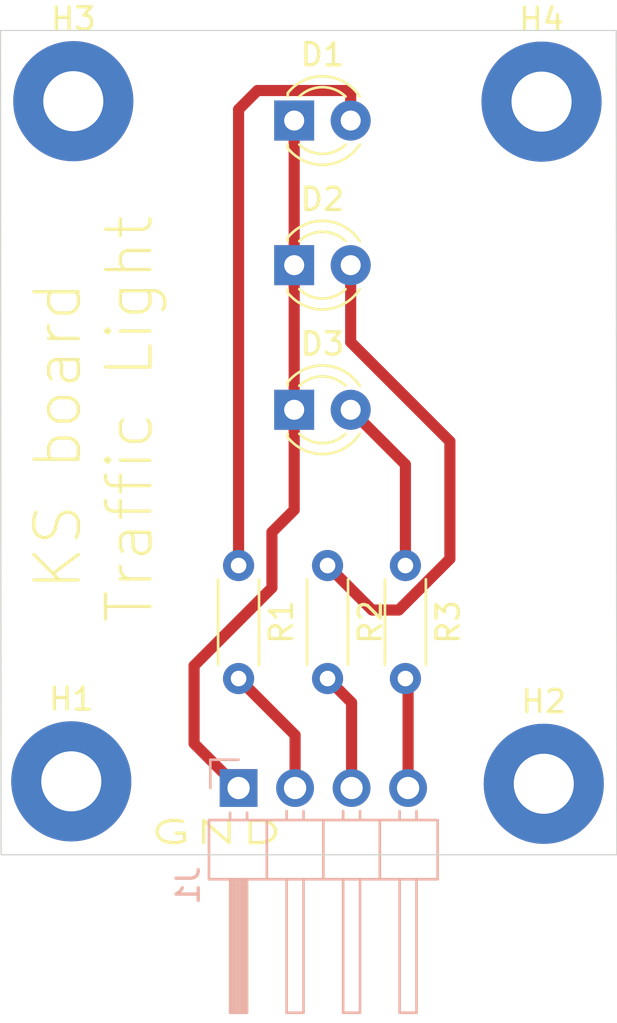
<source format=kicad_pcb>
(kicad_pcb (version 20171130) (host pcbnew "(5.1.6)-1")

  (general
    (thickness 1.6)
    (drawings 6)
    (tracks 27)
    (zones 0)
    (modules 11)
    (nets 8)
  )

  (page A4)
  (layers
    (0 F.Cu signal)
    (31 B.Cu signal)
    (32 B.Adhes user)
    (33 F.Adhes user)
    (34 B.Paste user)
    (35 F.Paste user)
    (36 B.SilkS user)
    (37 F.SilkS user)
    (38 B.Mask user)
    (39 F.Mask user)
    (40 Dwgs.User user)
    (41 Cmts.User user)
    (42 Eco1.User user)
    (43 Eco2.User user)
    (44 Edge.Cuts user)
    (45 Margin user)
    (46 B.CrtYd user)
    (47 F.CrtYd user)
    (48 B.Fab user)
    (49 F.Fab user)
  )

  (setup
    (last_trace_width 0.5)
    (trace_clearance 0.2)
    (zone_clearance 0.508)
    (zone_45_only no)
    (trace_min 0.2)
    (via_size 0.8)
    (via_drill 0.4)
    (via_min_size 0.4)
    (via_min_drill 0.3)
    (uvia_size 0.3)
    (uvia_drill 0.1)
    (uvias_allowed no)
    (uvia_min_size 0.2)
    (uvia_min_drill 0.1)
    (edge_width 0.05)
    (segment_width 0.2)
    (pcb_text_width 0.3)
    (pcb_text_size 1.5 1.5)
    (mod_edge_width 0.12)
    (mod_text_size 1 1)
    (mod_text_width 0.15)
    (pad_size 1.524 1.524)
    (pad_drill 0.762)
    (pad_to_mask_clearance 0.05)
    (aux_axis_origin 0 0)
    (visible_elements 7FFFFFFF)
    (pcbplotparams
      (layerselection 0x010fc_ffffffff)
      (usegerberextensions false)
      (usegerberattributes true)
      (usegerberadvancedattributes true)
      (creategerberjobfile true)
      (excludeedgelayer true)
      (linewidth 0.100000)
      (plotframeref false)
      (viasonmask false)
      (mode 1)
      (useauxorigin false)
      (hpglpennumber 1)
      (hpglpenspeed 20)
      (hpglpendiameter 15.000000)
      (psnegative false)
      (psa4output false)
      (plotreference true)
      (plotvalue true)
      (plotinvisibletext false)
      (padsonsilk false)
      (subtractmaskfromsilk false)
      (outputformat 1)
      (mirror false)
      (drillshape 0)
      (scaleselection 1)
      (outputdirectory "GERBER/"))
  )

  (net 0 "")
  (net 1 "Net-(D1-Pad2)")
  (net 2 "Net-(D1-Pad1)")
  (net 3 "Net-(D2-Pad2)")
  (net 4 "Net-(D3-Pad2)")
  (net 5 "Net-(J1-Pad4)")
  (net 6 "Net-(J1-Pad3)")
  (net 7 "Net-(J1-Pad2)")

  (net_class Default "This is the default net class."
    (clearance 0.2)
    (trace_width 0.5)
    (via_dia 0.8)
    (via_drill 0.4)
    (uvia_dia 0.3)
    (uvia_drill 0.1)
    (add_net "Net-(D1-Pad1)")
    (add_net "Net-(D1-Pad2)")
    (add_net "Net-(D2-Pad2)")
    (add_net "Net-(D3-Pad2)")
    (add_net "Net-(J1-Pad2)")
    (add_net "Net-(J1-Pad3)")
    (add_net "Net-(J1-Pad4)")
  )

  (module MountingHole:MountingHole_2.7mm_Pad (layer F.Cu) (tedit 56D1B4CB) (tstamp 5F1B3C2F)
    (at 147.62 75.15)
    (descr "Mounting Hole 2.7mm")
    (tags "mounting hole 2.7mm")
    (path /5F1B7F1B)
    (attr virtual)
    (fp_text reference H4 (at 0 -3.7) (layer F.SilkS)
      (effects (font (size 1 1) (thickness 0.15)))
    )
    (fp_text value H2 (at 0 3.7) (layer F.Fab)
      (effects (font (size 1 1) (thickness 0.15)))
    )
    (fp_circle (center 0 0) (end 2.7 0) (layer Cmts.User) (width 0.15))
    (fp_circle (center 0 0) (end 2.95 0) (layer F.CrtYd) (width 0.05))
    (fp_text user %R (at 0.3 0) (layer F.Fab)
      (effects (font (size 1 1) (thickness 0.15)))
    )
    (pad 1 thru_hole circle (at 0 0) (size 5.4 5.4) (drill 2.7) (layers *.Cu *.Mask))
  )

  (module MountingHole:MountingHole_2.7mm_Pad (layer F.Cu) (tedit 56D1B4CB) (tstamp 5F1B3C27)
    (at 126.57 75.13)
    (descr "Mounting Hole 2.7mm")
    (tags "mounting hole 2.7mm")
    (path /5F1B7C9C)
    (attr virtual)
    (fp_text reference H3 (at 0 -3.7) (layer F.SilkS)
      (effects (font (size 1 1) (thickness 0.15)))
    )
    (fp_text value H1 (at 0 3.7) (layer F.Fab)
      (effects (font (size 1 1) (thickness 0.15)))
    )
    (fp_circle (center 0 0) (end 2.7 0) (layer Cmts.User) (width 0.15))
    (fp_circle (center 0 0) (end 2.95 0) (layer F.CrtYd) (width 0.05))
    (fp_text user %R (at 0.3 0) (layer F.Fab)
      (effects (font (size 1 1) (thickness 0.15)))
    )
    (pad 1 thru_hole circle (at 0 0) (size 5.4 5.4) (drill 2.7) (layers *.Cu *.Mask))
  )

  (module MountingHole:MountingHole_2.7mm_Pad (layer F.Cu) (tedit 56D1B4CB) (tstamp 5F1B3C1F)
    (at 147.72 105.81)
    (descr "Mounting Hole 2.7mm")
    (tags "mounting hole 2.7mm")
    (path /5F1B7A0A)
    (attr virtual)
    (fp_text reference H2 (at 0 -3.7) (layer F.SilkS)
      (effects (font (size 1 1) (thickness 0.15)))
    )
    (fp_text value H4 (at 0 3.7) (layer F.Fab)
      (effects (font (size 1 1) (thickness 0.15)))
    )
    (fp_circle (center 0 0) (end 2.7 0) (layer Cmts.User) (width 0.15))
    (fp_circle (center 0 0) (end 2.95 0) (layer F.CrtYd) (width 0.05))
    (fp_text user %R (at 0.3 0) (layer F.Fab)
      (effects (font (size 1 1) (thickness 0.15)))
    )
    (pad 1 thru_hole circle (at 0 0) (size 5.4 5.4) (drill 2.7) (layers *.Cu *.Mask))
  )

  (module MountingHole:MountingHole_2.7mm_Pad (layer F.Cu) (tedit 56D1B4CB) (tstamp 5F1B3C17)
    (at 126.48 105.7)
    (descr "Mounting Hole 2.7mm")
    (tags "mounting hole 2.7mm")
    (path /5F1B6D11)
    (attr virtual)
    (fp_text reference H1 (at 0 -3.7) (layer F.SilkS)
      (effects (font (size 1 1) (thickness 0.15)))
    )
    (fp_text value H3 (at 0 3.7) (layer F.Fab)
      (effects (font (size 1 1) (thickness 0.15)))
    )
    (fp_circle (center 0 0) (end 2.7 0) (layer Cmts.User) (width 0.15))
    (fp_circle (center 0 0) (end 2.95 0) (layer F.CrtYd) (width 0.05))
    (fp_text user %R (at 0.3 0) (layer F.Fab)
      (effects (font (size 1 1) (thickness 0.15)))
    )
    (pad 1 thru_hole circle (at 0 0) (size 5.4 5.4) (drill 2.7) (layers *.Cu *.Mask))
  )

  (module Connector_PinHeader_2.54mm:PinHeader_1x04_P2.54mm_Horizontal (layer B.Cu) (tedit 59FED5CB) (tstamp 5F1B3C68)
    (at 134 106 270)
    (descr "Through hole angled pin header, 1x04, 2.54mm pitch, 6mm pin length, single row")
    (tags "Through hole angled pin header THT 1x04 2.54mm single row")
    (path /5F1B100D)
    (fp_text reference J1 (at 4.385 2.27 90) (layer B.SilkS)
      (effects (font (size 1 1) (thickness 0.15)) (justify mirror))
    )
    (fp_text value Conn_01x04 (at 4.385 -9.89 90) (layer B.Fab)
      (effects (font (size 1 1) (thickness 0.15)) (justify mirror))
    )
    (fp_line (start 2.135 1.27) (end 4.04 1.27) (layer B.Fab) (width 0.1))
    (fp_line (start 4.04 1.27) (end 4.04 -8.89) (layer B.Fab) (width 0.1))
    (fp_line (start 4.04 -8.89) (end 1.5 -8.89) (layer B.Fab) (width 0.1))
    (fp_line (start 1.5 -8.89) (end 1.5 0.635) (layer B.Fab) (width 0.1))
    (fp_line (start 1.5 0.635) (end 2.135 1.27) (layer B.Fab) (width 0.1))
    (fp_line (start -0.32 0.32) (end 1.5 0.32) (layer B.Fab) (width 0.1))
    (fp_line (start -0.32 0.32) (end -0.32 -0.32) (layer B.Fab) (width 0.1))
    (fp_line (start -0.32 -0.32) (end 1.5 -0.32) (layer B.Fab) (width 0.1))
    (fp_line (start 4.04 0.32) (end 10.04 0.32) (layer B.Fab) (width 0.1))
    (fp_line (start 10.04 0.32) (end 10.04 -0.32) (layer B.Fab) (width 0.1))
    (fp_line (start 4.04 -0.32) (end 10.04 -0.32) (layer B.Fab) (width 0.1))
    (fp_line (start -0.32 -2.22) (end 1.5 -2.22) (layer B.Fab) (width 0.1))
    (fp_line (start -0.32 -2.22) (end -0.32 -2.86) (layer B.Fab) (width 0.1))
    (fp_line (start -0.32 -2.86) (end 1.5 -2.86) (layer B.Fab) (width 0.1))
    (fp_line (start 4.04 -2.22) (end 10.04 -2.22) (layer B.Fab) (width 0.1))
    (fp_line (start 10.04 -2.22) (end 10.04 -2.86) (layer B.Fab) (width 0.1))
    (fp_line (start 4.04 -2.86) (end 10.04 -2.86) (layer B.Fab) (width 0.1))
    (fp_line (start -0.32 -4.76) (end 1.5 -4.76) (layer B.Fab) (width 0.1))
    (fp_line (start -0.32 -4.76) (end -0.32 -5.4) (layer B.Fab) (width 0.1))
    (fp_line (start -0.32 -5.4) (end 1.5 -5.4) (layer B.Fab) (width 0.1))
    (fp_line (start 4.04 -4.76) (end 10.04 -4.76) (layer B.Fab) (width 0.1))
    (fp_line (start 10.04 -4.76) (end 10.04 -5.4) (layer B.Fab) (width 0.1))
    (fp_line (start 4.04 -5.4) (end 10.04 -5.4) (layer B.Fab) (width 0.1))
    (fp_line (start -0.32 -7.3) (end 1.5 -7.3) (layer B.Fab) (width 0.1))
    (fp_line (start -0.32 -7.3) (end -0.32 -7.94) (layer B.Fab) (width 0.1))
    (fp_line (start -0.32 -7.94) (end 1.5 -7.94) (layer B.Fab) (width 0.1))
    (fp_line (start 4.04 -7.3) (end 10.04 -7.3) (layer B.Fab) (width 0.1))
    (fp_line (start 10.04 -7.3) (end 10.04 -7.94) (layer B.Fab) (width 0.1))
    (fp_line (start 4.04 -7.94) (end 10.04 -7.94) (layer B.Fab) (width 0.1))
    (fp_line (start 1.44 1.33) (end 1.44 -8.95) (layer B.SilkS) (width 0.12))
    (fp_line (start 1.44 -8.95) (end 4.1 -8.95) (layer B.SilkS) (width 0.12))
    (fp_line (start 4.1 -8.95) (end 4.1 1.33) (layer B.SilkS) (width 0.12))
    (fp_line (start 4.1 1.33) (end 1.44 1.33) (layer B.SilkS) (width 0.12))
    (fp_line (start 4.1 0.38) (end 10.1 0.38) (layer B.SilkS) (width 0.12))
    (fp_line (start 10.1 0.38) (end 10.1 -0.38) (layer B.SilkS) (width 0.12))
    (fp_line (start 10.1 -0.38) (end 4.1 -0.38) (layer B.SilkS) (width 0.12))
    (fp_line (start 4.1 0.32) (end 10.1 0.32) (layer B.SilkS) (width 0.12))
    (fp_line (start 4.1 0.2) (end 10.1 0.2) (layer B.SilkS) (width 0.12))
    (fp_line (start 4.1 0.08) (end 10.1 0.08) (layer B.SilkS) (width 0.12))
    (fp_line (start 4.1 -0.04) (end 10.1 -0.04) (layer B.SilkS) (width 0.12))
    (fp_line (start 4.1 -0.16) (end 10.1 -0.16) (layer B.SilkS) (width 0.12))
    (fp_line (start 4.1 -0.28) (end 10.1 -0.28) (layer B.SilkS) (width 0.12))
    (fp_line (start 1.11 0.38) (end 1.44 0.38) (layer B.SilkS) (width 0.12))
    (fp_line (start 1.11 -0.38) (end 1.44 -0.38) (layer B.SilkS) (width 0.12))
    (fp_line (start 1.44 -1.27) (end 4.1 -1.27) (layer B.SilkS) (width 0.12))
    (fp_line (start 4.1 -2.16) (end 10.1 -2.16) (layer B.SilkS) (width 0.12))
    (fp_line (start 10.1 -2.16) (end 10.1 -2.92) (layer B.SilkS) (width 0.12))
    (fp_line (start 10.1 -2.92) (end 4.1 -2.92) (layer B.SilkS) (width 0.12))
    (fp_line (start 1.042929 -2.16) (end 1.44 -2.16) (layer B.SilkS) (width 0.12))
    (fp_line (start 1.042929 -2.92) (end 1.44 -2.92) (layer B.SilkS) (width 0.12))
    (fp_line (start 1.44 -3.81) (end 4.1 -3.81) (layer B.SilkS) (width 0.12))
    (fp_line (start 4.1 -4.7) (end 10.1 -4.7) (layer B.SilkS) (width 0.12))
    (fp_line (start 10.1 -4.7) (end 10.1 -5.46) (layer B.SilkS) (width 0.12))
    (fp_line (start 10.1 -5.46) (end 4.1 -5.46) (layer B.SilkS) (width 0.12))
    (fp_line (start 1.042929 -4.7) (end 1.44 -4.7) (layer B.SilkS) (width 0.12))
    (fp_line (start 1.042929 -5.46) (end 1.44 -5.46) (layer B.SilkS) (width 0.12))
    (fp_line (start 1.44 -6.35) (end 4.1 -6.35) (layer B.SilkS) (width 0.12))
    (fp_line (start 4.1 -7.24) (end 10.1 -7.24) (layer B.SilkS) (width 0.12))
    (fp_line (start 10.1 -7.24) (end 10.1 -8) (layer B.SilkS) (width 0.12))
    (fp_line (start 10.1 -8) (end 4.1 -8) (layer B.SilkS) (width 0.12))
    (fp_line (start 1.042929 -7.24) (end 1.44 -7.24) (layer B.SilkS) (width 0.12))
    (fp_line (start 1.042929 -8) (end 1.44 -8) (layer B.SilkS) (width 0.12))
    (fp_line (start -1.27 0) (end -1.27 1.27) (layer B.SilkS) (width 0.12))
    (fp_line (start -1.27 1.27) (end 0 1.27) (layer B.SilkS) (width 0.12))
    (fp_line (start -1.8 1.8) (end -1.8 -9.4) (layer B.CrtYd) (width 0.05))
    (fp_line (start -1.8 -9.4) (end 10.55 -9.4) (layer B.CrtYd) (width 0.05))
    (fp_line (start 10.55 -9.4) (end 10.55 1.8) (layer B.CrtYd) (width 0.05))
    (fp_line (start 10.55 1.8) (end -1.8 1.8) (layer B.CrtYd) (width 0.05))
    (fp_text user %R (at 2.77 -3.81 180) (layer B.Fab)
      (effects (font (size 1 1) (thickness 0.15)) (justify mirror))
    )
    (pad 4 thru_hole oval (at 0 -7.62 270) (size 1.7 1.7) (drill 1) (layers *.Cu *.Mask)
      (net 5 "Net-(J1-Pad4)"))
    (pad 3 thru_hole oval (at 0 -5.08 270) (size 1.7 1.7) (drill 1) (layers *.Cu *.Mask)
      (net 6 "Net-(J1-Pad3)"))
    (pad 2 thru_hole oval (at 0 -2.54 270) (size 1.7 1.7) (drill 1) (layers *.Cu *.Mask)
      (net 7 "Net-(J1-Pad2)"))
    (pad 1 thru_hole rect (at 0 0 270) (size 1.7 1.7) (drill 1) (layers *.Cu *.Mask)
      (net 2 "Net-(D1-Pad1)"))
    (model ${KISYS3DMOD}/Connector_PinHeader_2.54mm.3dshapes/PinHeader_1x04_P2.54mm_Horizontal.wrl
      (at (xyz 0 0 0))
      (scale (xyz 1 1 1))
      (rotate (xyz 0 0 0))
    )
  )

  (module Resistor_THT:R_Axial_DIN0204_L3.6mm_D1.6mm_P5.08mm_Horizontal (layer F.Cu) (tedit 5AE5139B) (tstamp 5F1B3CA1)
    (at 141.5 96 270)
    (descr "Resistor, Axial_DIN0204 series, Axial, Horizontal, pin pitch=5.08mm, 0.167W, length*diameter=3.6*1.6mm^2, http://cdn-reichelt.de/documents/datenblatt/B400/1_4W%23YAG.pdf")
    (tags "Resistor Axial_DIN0204 series Axial Horizontal pin pitch 5.08mm 0.167W length 3.6mm diameter 1.6mm")
    (path /5F1B6355)
    (fp_text reference R3 (at 2.54 -1.92 90) (layer F.SilkS)
      (effects (font (size 1 1) (thickness 0.15)))
    )
    (fp_text value R (at 2.54 1.92 90) (layer F.Fab)
      (effects (font (size 1 1) (thickness 0.15)))
    )
    (fp_line (start 0.74 -0.8) (end 0.74 0.8) (layer F.Fab) (width 0.1))
    (fp_line (start 0.74 0.8) (end 4.34 0.8) (layer F.Fab) (width 0.1))
    (fp_line (start 4.34 0.8) (end 4.34 -0.8) (layer F.Fab) (width 0.1))
    (fp_line (start 4.34 -0.8) (end 0.74 -0.8) (layer F.Fab) (width 0.1))
    (fp_line (start 0 0) (end 0.74 0) (layer F.Fab) (width 0.1))
    (fp_line (start 5.08 0) (end 4.34 0) (layer F.Fab) (width 0.1))
    (fp_line (start 0.62 -0.92) (end 4.46 -0.92) (layer F.SilkS) (width 0.12))
    (fp_line (start 0.62 0.92) (end 4.46 0.92) (layer F.SilkS) (width 0.12))
    (fp_line (start -0.95 -1.05) (end -0.95 1.05) (layer F.CrtYd) (width 0.05))
    (fp_line (start -0.95 1.05) (end 6.03 1.05) (layer F.CrtYd) (width 0.05))
    (fp_line (start 6.03 1.05) (end 6.03 -1.05) (layer F.CrtYd) (width 0.05))
    (fp_line (start 6.03 -1.05) (end -0.95 -1.05) (layer F.CrtYd) (width 0.05))
    (fp_text user %R (at 2.54 0 90) (layer F.Fab)
      (effects (font (size 0.72 0.72) (thickness 0.108)))
    )
    (pad 2 thru_hole oval (at 5.08 0 270) (size 1.4 1.4) (drill 0.7) (layers *.Cu *.Mask)
      (net 5 "Net-(J1-Pad4)"))
    (pad 1 thru_hole circle (at 0 0 270) (size 1.4 1.4) (drill 0.7) (layers *.Cu *.Mask)
      (net 4 "Net-(D3-Pad2)"))
    (model ${KISYS3DMOD}/Resistor_THT.3dshapes/R_Axial_DIN0204_L3.6mm_D1.6mm_P5.08mm_Horizontal.wrl
      (at (xyz 0 0 0))
      (scale (xyz 1 1 1))
      (rotate (xyz 0 0 0))
    )
  )

  (module Resistor_THT:R_Axial_DIN0204_L3.6mm_D1.6mm_P5.08mm_Horizontal (layer F.Cu) (tedit 5AE5139B) (tstamp 5F1B3C8E)
    (at 138 96 270)
    (descr "Resistor, Axial_DIN0204 series, Axial, Horizontal, pin pitch=5.08mm, 0.167W, length*diameter=3.6*1.6mm^2, http://cdn-reichelt.de/documents/datenblatt/B400/1_4W%23YAG.pdf")
    (tags "Resistor Axial_DIN0204 series Axial Horizontal pin pitch 5.08mm 0.167W length 3.6mm diameter 1.6mm")
    (path /5F1B5F4D)
    (fp_text reference R2 (at 2.54 -1.92 90) (layer F.SilkS)
      (effects (font (size 1 1) (thickness 0.15)))
    )
    (fp_text value R (at 2.54 1.92 90) (layer F.Fab)
      (effects (font (size 1 1) (thickness 0.15)))
    )
    (fp_line (start 0.74 -0.8) (end 0.74 0.8) (layer F.Fab) (width 0.1))
    (fp_line (start 0.74 0.8) (end 4.34 0.8) (layer F.Fab) (width 0.1))
    (fp_line (start 4.34 0.8) (end 4.34 -0.8) (layer F.Fab) (width 0.1))
    (fp_line (start 4.34 -0.8) (end 0.74 -0.8) (layer F.Fab) (width 0.1))
    (fp_line (start 0 0) (end 0.74 0) (layer F.Fab) (width 0.1))
    (fp_line (start 5.08 0) (end 4.34 0) (layer F.Fab) (width 0.1))
    (fp_line (start 0.62 -0.92) (end 4.46 -0.92) (layer F.SilkS) (width 0.12))
    (fp_line (start 0.62 0.92) (end 4.46 0.92) (layer F.SilkS) (width 0.12))
    (fp_line (start -0.95 -1.05) (end -0.95 1.05) (layer F.CrtYd) (width 0.05))
    (fp_line (start -0.95 1.05) (end 6.03 1.05) (layer F.CrtYd) (width 0.05))
    (fp_line (start 6.03 1.05) (end 6.03 -1.05) (layer F.CrtYd) (width 0.05))
    (fp_line (start 6.03 -1.05) (end -0.95 -1.05) (layer F.CrtYd) (width 0.05))
    (fp_text user %R (at 2.54 0 90) (layer F.Fab)
      (effects (font (size 0.72 0.72) (thickness 0.108)))
    )
    (pad 2 thru_hole oval (at 5.08 0 270) (size 1.4 1.4) (drill 0.7) (layers *.Cu *.Mask)
      (net 6 "Net-(J1-Pad3)"))
    (pad 1 thru_hole circle (at 0 0 270) (size 1.4 1.4) (drill 0.7) (layers *.Cu *.Mask)
      (net 3 "Net-(D2-Pad2)"))
    (model ${KISYS3DMOD}/Resistor_THT.3dshapes/R_Axial_DIN0204_L3.6mm_D1.6mm_P5.08mm_Horizontal.wrl
      (at (xyz 0 0 0))
      (scale (xyz 1 1 1))
      (rotate (xyz 0 0 0))
    )
  )

  (module Resistor_THT:R_Axial_DIN0204_L3.6mm_D1.6mm_P5.08mm_Horizontal (layer F.Cu) (tedit 5AE5139B) (tstamp 5F1B3C7B)
    (at 134 96 270)
    (descr "Resistor, Axial_DIN0204 series, Axial, Horizontal, pin pitch=5.08mm, 0.167W, length*diameter=3.6*1.6mm^2, http://cdn-reichelt.de/documents/datenblatt/B400/1_4W%23YAG.pdf")
    (tags "Resistor Axial_DIN0204 series Axial Horizontal pin pitch 5.08mm 0.167W length 3.6mm diameter 1.6mm")
    (path /5F1AE76A)
    (fp_text reference R1 (at 2.54 -1.92 90) (layer F.SilkS)
      (effects (font (size 1 1) (thickness 0.15)))
    )
    (fp_text value R (at 2.54 1.92 90) (layer F.Fab)
      (effects (font (size 1 1) (thickness 0.15)))
    )
    (fp_line (start 0.74 -0.8) (end 0.74 0.8) (layer F.Fab) (width 0.1))
    (fp_line (start 0.74 0.8) (end 4.34 0.8) (layer F.Fab) (width 0.1))
    (fp_line (start 4.34 0.8) (end 4.34 -0.8) (layer F.Fab) (width 0.1))
    (fp_line (start 4.34 -0.8) (end 0.74 -0.8) (layer F.Fab) (width 0.1))
    (fp_line (start 0 0) (end 0.74 0) (layer F.Fab) (width 0.1))
    (fp_line (start 5.08 0) (end 4.34 0) (layer F.Fab) (width 0.1))
    (fp_line (start 0.62 -0.92) (end 4.46 -0.92) (layer F.SilkS) (width 0.12))
    (fp_line (start 0.62 0.92) (end 4.46 0.92) (layer F.SilkS) (width 0.12))
    (fp_line (start -0.95 -1.05) (end -0.95 1.05) (layer F.CrtYd) (width 0.05))
    (fp_line (start -0.95 1.05) (end 6.03 1.05) (layer F.CrtYd) (width 0.05))
    (fp_line (start 6.03 1.05) (end 6.03 -1.05) (layer F.CrtYd) (width 0.05))
    (fp_line (start 6.03 -1.05) (end -0.95 -1.05) (layer F.CrtYd) (width 0.05))
    (fp_text user %R (at 2.54 0 90) (layer F.Fab)
      (effects (font (size 0.72 0.72) (thickness 0.108)))
    )
    (pad 2 thru_hole oval (at 5.08 0 270) (size 1.4 1.4) (drill 0.7) (layers *.Cu *.Mask)
      (net 7 "Net-(J1-Pad2)"))
    (pad 1 thru_hole circle (at 0 0 270) (size 1.4 1.4) (drill 0.7) (layers *.Cu *.Mask)
      (net 1 "Net-(D1-Pad2)"))
    (model ${KISYS3DMOD}/Resistor_THT.3dshapes/R_Axial_DIN0204_L3.6mm_D1.6mm_P5.08mm_Horizontal.wrl
      (at (xyz 0 0 0))
      (scale (xyz 1 1 1))
      (rotate (xyz 0 0 0))
    )
  )

  (module LED_THT:LED_D3.0mm (layer F.Cu) (tedit 587A3A7B) (tstamp 5F1B3C0F)
    (at 136.5 89)
    (descr "LED, diameter 3.0mm, 2 pins")
    (tags "LED diameter 3.0mm 2 pins")
    (path /5F1B4722)
    (fp_text reference D3 (at 1.27 -2.96) (layer F.SilkS)
      (effects (font (size 1 1) (thickness 0.15)))
    )
    (fp_text value LED (at 1.27 2.96) (layer F.Fab)
      (effects (font (size 1 1) (thickness 0.15)))
    )
    (fp_circle (center 1.27 0) (end 2.77 0) (layer F.Fab) (width 0.1))
    (fp_line (start -0.23 -1.16619) (end -0.23 1.16619) (layer F.Fab) (width 0.1))
    (fp_line (start -0.29 -1.236) (end -0.29 -1.08) (layer F.SilkS) (width 0.12))
    (fp_line (start -0.29 1.08) (end -0.29 1.236) (layer F.SilkS) (width 0.12))
    (fp_line (start -1.15 -2.25) (end -1.15 2.25) (layer F.CrtYd) (width 0.05))
    (fp_line (start -1.15 2.25) (end 3.7 2.25) (layer F.CrtYd) (width 0.05))
    (fp_line (start 3.7 2.25) (end 3.7 -2.25) (layer F.CrtYd) (width 0.05))
    (fp_line (start 3.7 -2.25) (end -1.15 -2.25) (layer F.CrtYd) (width 0.05))
    (fp_arc (start 1.27 0) (end 0.229039 1.08) (angle -87.9) (layer F.SilkS) (width 0.12))
    (fp_arc (start 1.27 0) (end 0.229039 -1.08) (angle 87.9) (layer F.SilkS) (width 0.12))
    (fp_arc (start 1.27 0) (end -0.29 1.235516) (angle -108.8) (layer F.SilkS) (width 0.12))
    (fp_arc (start 1.27 0) (end -0.29 -1.235516) (angle 108.8) (layer F.SilkS) (width 0.12))
    (fp_arc (start 1.27 0) (end -0.23 -1.16619) (angle 284.3) (layer F.Fab) (width 0.1))
    (pad 2 thru_hole circle (at 2.54 0) (size 1.8 1.8) (drill 0.9) (layers *.Cu *.Mask)
      (net 4 "Net-(D3-Pad2)"))
    (pad 1 thru_hole rect (at 0 0) (size 1.8 1.8) (drill 0.9) (layers *.Cu *.Mask)
      (net 2 "Net-(D1-Pad1)"))
    (model ${KISYS3DMOD}/LED_THT.3dshapes/LED_D3.0mm.wrl
      (at (xyz 0 0 0))
      (scale (xyz 1 1 1))
      (rotate (xyz 0 0 0))
    )
  )

  (module LED_THT:LED_D3.0mm (layer F.Cu) (tedit 587A3A7B) (tstamp 5F1B3BFC)
    (at 136.5 82.5)
    (descr "LED, diameter 3.0mm, 2 pins")
    (tags "LED diameter 3.0mm 2 pins")
    (path /5F1B3F7C)
    (fp_text reference D2 (at 1.27 -2.96) (layer F.SilkS)
      (effects (font (size 1 1) (thickness 0.15)))
    )
    (fp_text value LED (at 1.27 2.96) (layer F.Fab)
      (effects (font (size 1 1) (thickness 0.15)))
    )
    (fp_circle (center 1.27 0) (end 2.77 0) (layer F.Fab) (width 0.1))
    (fp_line (start -0.23 -1.16619) (end -0.23 1.16619) (layer F.Fab) (width 0.1))
    (fp_line (start -0.29 -1.236) (end -0.29 -1.08) (layer F.SilkS) (width 0.12))
    (fp_line (start -0.29 1.08) (end -0.29 1.236) (layer F.SilkS) (width 0.12))
    (fp_line (start -1.15 -2.25) (end -1.15 2.25) (layer F.CrtYd) (width 0.05))
    (fp_line (start -1.15 2.25) (end 3.7 2.25) (layer F.CrtYd) (width 0.05))
    (fp_line (start 3.7 2.25) (end 3.7 -2.25) (layer F.CrtYd) (width 0.05))
    (fp_line (start 3.7 -2.25) (end -1.15 -2.25) (layer F.CrtYd) (width 0.05))
    (fp_arc (start 1.27 0) (end 0.229039 1.08) (angle -87.9) (layer F.SilkS) (width 0.12))
    (fp_arc (start 1.27 0) (end 0.229039 -1.08) (angle 87.9) (layer F.SilkS) (width 0.12))
    (fp_arc (start 1.27 0) (end -0.29 1.235516) (angle -108.8) (layer F.SilkS) (width 0.12))
    (fp_arc (start 1.27 0) (end -0.29 -1.235516) (angle 108.8) (layer F.SilkS) (width 0.12))
    (fp_arc (start 1.27 0) (end -0.23 -1.16619) (angle 284.3) (layer F.Fab) (width 0.1))
    (pad 2 thru_hole circle (at 2.54 0) (size 1.8 1.8) (drill 0.9) (layers *.Cu *.Mask)
      (net 3 "Net-(D2-Pad2)"))
    (pad 1 thru_hole rect (at 0 0) (size 1.8 1.8) (drill 0.9) (layers *.Cu *.Mask)
      (net 2 "Net-(D1-Pad1)"))
    (model ${KISYS3DMOD}/LED_THT.3dshapes/LED_D3.0mm.wrl
      (at (xyz 0 0 0))
      (scale (xyz 1 1 1))
      (rotate (xyz 0 0 0))
    )
  )

  (module LED_THT:LED_D3.0mm (layer F.Cu) (tedit 587A3A7B) (tstamp 5F1B3BE9)
    (at 136.5 76)
    (descr "LED, diameter 3.0mm, 2 pins")
    (tags "LED diameter 3.0mm 2 pins")
    (path /5F1ADB3D)
    (fp_text reference D1 (at 1.27 -2.96) (layer F.SilkS)
      (effects (font (size 1 1) (thickness 0.15)))
    )
    (fp_text value LED (at 1.27 2.96) (layer F.Fab)
      (effects (font (size 1 1) (thickness 0.15)))
    )
    (fp_circle (center 1.27 0) (end 2.77 0) (layer F.Fab) (width 0.1))
    (fp_line (start -0.23 -1.16619) (end -0.23 1.16619) (layer F.Fab) (width 0.1))
    (fp_line (start -0.29 -1.236) (end -0.29 -1.08) (layer F.SilkS) (width 0.12))
    (fp_line (start -0.29 1.08) (end -0.29 1.236) (layer F.SilkS) (width 0.12))
    (fp_line (start -1.15 -2.25) (end -1.15 2.25) (layer F.CrtYd) (width 0.05))
    (fp_line (start -1.15 2.25) (end 3.7 2.25) (layer F.CrtYd) (width 0.05))
    (fp_line (start 3.7 2.25) (end 3.7 -2.25) (layer F.CrtYd) (width 0.05))
    (fp_line (start 3.7 -2.25) (end -1.15 -2.25) (layer F.CrtYd) (width 0.05))
    (fp_arc (start 1.27 0) (end 0.229039 1.08) (angle -87.9) (layer F.SilkS) (width 0.12))
    (fp_arc (start 1.27 0) (end 0.229039 -1.08) (angle 87.9) (layer F.SilkS) (width 0.12))
    (fp_arc (start 1.27 0) (end -0.29 1.235516) (angle -108.8) (layer F.SilkS) (width 0.12))
    (fp_arc (start 1.27 0) (end -0.29 -1.235516) (angle 108.8) (layer F.SilkS) (width 0.12))
    (fp_arc (start 1.27 0) (end -0.23 -1.16619) (angle 284.3) (layer F.Fab) (width 0.1))
    (pad 2 thru_hole circle (at 2.54 0) (size 1.8 1.8) (drill 0.9) (layers *.Cu *.Mask)
      (net 1 "Net-(D1-Pad2)"))
    (pad 1 thru_hole rect (at 0 0) (size 1.8 1.8) (drill 0.9) (layers *.Cu *.Mask)
      (net 2 "Net-(D1-Pad1)"))
    (model ${KISYS3DMOD}/LED_THT.3dshapes/LED_D3.0mm.wrl
      (at (xyz 0 0 0))
      (scale (xyz 1 1 1))
      (rotate (xyz 0 0 0))
    )
  )

  (gr_text "KS board \nTraffic Light" (at 127.49 89.41 90) (layer F.SilkS)
    (effects (font (size 2 2) (thickness 0.15)))
  )
  (gr_text GND (at 133 108) (layer F.SilkS)
    (effects (font (size 1 2) (thickness 0.15)))
  )
  (gr_line (start 123.325 109) (end 123.3 71.95) (layer Edge.Cuts) (width 0.05))
  (gr_line (start 151 109) (end 123.325 109) (layer Edge.Cuts) (width 0.05))
  (gr_line (start 150.975 71.95) (end 151 109) (layer Edge.Cuts) (width 0.05))
  (gr_line (start 123.3 71.95) (end 150.975 71.95) (layer Edge.Cuts) (width 0.05))

  (segment (start 134 96) (end 134 75.5) (width 0.5) (layer F.Cu) (net 1))
  (segment (start 134.850001 74.649999) (end 138.850001 74.649999) (width 0.5) (layer F.Cu) (net 1))
  (segment (start 134 75.5) (end 134.850001 74.649999) (width 0.5) (layer F.Cu) (net 1))
  (segment (start 139.04 74.839998) (end 139.04 76) (width 0.5) (layer F.Cu) (net 1))
  (segment (start 138.850001 74.649999) (end 139.04 74.839998) (width 0.5) (layer F.Cu) (net 1))
  (segment (start 136.5 76) (end 136.5 82.5) (width 0.5) (layer F.Cu) (net 2))
  (segment (start 136.5 82.5) (end 136.5 89) (width 0.5) (layer F.Cu) (net 2))
  (segment (start 136.5 89) (end 136.5 93.5) (width 0.5) (layer F.Cu) (net 2))
  (segment (start 136.5 93.5) (end 135.5 94.5) (width 0.5) (layer F.Cu) (net 2))
  (segment (start 135.5 94.5) (end 135.5 97) (width 0.5) (layer F.Cu) (net 2))
  (segment (start 135.5 97) (end 132 100.5) (width 0.5) (layer F.Cu) (net 2))
  (segment (start 132 104) (end 134 106) (width 0.5) (layer F.Cu) (net 2))
  (segment (start 132 100.5) (end 132 104) (width 0.5) (layer F.Cu) (net 2))
  (segment (start 139.04 82.5) (end 139.04 85.96) (width 0.5) (layer F.Cu) (net 3))
  (segment (start 139.04 85.96) (end 143.5 90.42) (width 0.5) (layer F.Cu) (net 3))
  (segment (start 143.5 95.702002) (end 141.202002 98) (width 0.5) (layer F.Cu) (net 3))
  (segment (start 143.5 90.42) (end 143.5 95.702002) (width 0.5) (layer F.Cu) (net 3))
  (segment (start 140 98) (end 138 96) (width 0.5) (layer F.Cu) (net 3))
  (segment (start 141.202002 98) (end 140 98) (width 0.5) (layer F.Cu) (net 3))
  (segment (start 141.5 91.46) (end 139.04 89) (width 0.5) (layer F.Cu) (net 4))
  (segment (start 141.5 96) (end 141.5 91.46) (width 0.5) (layer F.Cu) (net 4))
  (segment (start 141.62 101.2) (end 141.5 101.08) (width 0.5) (layer F.Cu) (net 5))
  (segment (start 141.62 106) (end 141.62 101.2) (width 0.5) (layer F.Cu) (net 5))
  (segment (start 139.08 102.16) (end 138 101.08) (width 0.5) (layer F.Cu) (net 6))
  (segment (start 139.08 106) (end 139.08 102.16) (width 0.5) (layer F.Cu) (net 6))
  (segment (start 136.54 103.62) (end 134 101.08) (width 0.5) (layer F.Cu) (net 7))
  (segment (start 136.54 106) (end 136.54 103.62) (width 0.5) (layer F.Cu) (net 7))

)

</source>
